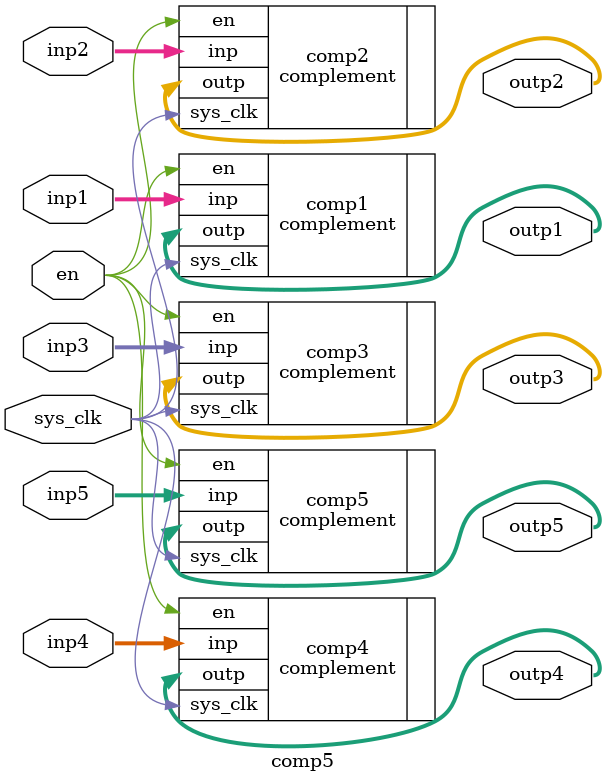
<source format=v>
`timescale 1ns / 1ps


module comp5(
    input sys_clk,
    input en,
    input [10:0] inp1,
    input [10:0] inp2,
    input [10:0] inp3,
    input [10:0] inp4,
    input [10:0] inp5,
    output [10:0] outp1,
    output [10:0] outp2,
    output [10:0] outp3,
    output [10:0] outp4,
    output [10:0] outp5
    );

complement comp1 (.sys_clk(sys_clk), .en(en), .inp(inp1), .outp(outp1));
complement comp2 (.sys_clk(sys_clk), .en(en), .inp(inp2), .outp(outp2));
complement comp3 (.sys_clk(sys_clk), .en(en), .inp(inp3), .outp(outp3));
complement comp4 (.sys_clk(sys_clk), .en(en), .inp(inp4), .outp(outp4));
complement comp5 (.sys_clk(sys_clk), .en(en), .inp(inp5), .outp(outp5));

endmodule

</source>
